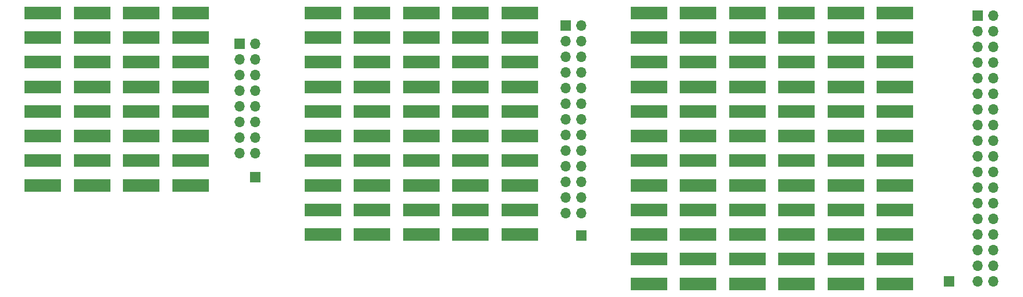
<source format=gts>
%TF.GenerationSoftware,KiCad,Pcbnew,(6.0.2)*%
%TF.CreationDate,2023-03-09T16:35:16+09:00*%
%TF.ProjectId,pixel_array_study,70697865-6c5f-4617-9272-61795f737475,rev?*%
%TF.SameCoordinates,Original*%
%TF.FileFunction,Soldermask,Top*%
%TF.FilePolarity,Negative*%
%FSLAX46Y46*%
G04 Gerber Fmt 4.6, Leading zero omitted, Abs format (unit mm)*
G04 Created by KiCad (PCBNEW (6.0.2)) date 2023-03-09 16:35:16*
%MOMM*%
%LPD*%
G01*
G04 APERTURE LIST*
%ADD10R,1.700000X1.700000*%
%ADD11R,6.000000X2.000000*%
%ADD12O,1.700000X1.700000*%
G04 APERTURE END LIST*
D10*
%TO.C,J8*%
X144000000Y-60200000D03*
%TD*%
D11*
%TO.C,R90*%
X195000000Y-64000000D03*
X195000000Y-68000000D03*
%TD*%
%TO.C,R89*%
X187000000Y-64000000D03*
X187000000Y-68000000D03*
%TD*%
%TO.C,R88*%
X179000000Y-64000000D03*
X179000000Y-68000000D03*
%TD*%
%TO.C,R87*%
X171000000Y-64000000D03*
X171000000Y-68000000D03*
%TD*%
%TO.C,R86*%
X163000000Y-64000000D03*
X163000000Y-68000000D03*
%TD*%
%TO.C,R85*%
X155000000Y-64000000D03*
X155000000Y-68000000D03*
%TD*%
%TO.C,R84*%
X195000000Y-56000000D03*
X195000000Y-60000000D03*
%TD*%
%TO.C,R83*%
X187000000Y-56000000D03*
X187000000Y-60000000D03*
%TD*%
%TO.C,R82*%
X179000000Y-56000000D03*
X179000000Y-60000000D03*
%TD*%
%TO.C,R81*%
X171000000Y-60000000D03*
X171000000Y-56000000D03*
%TD*%
%TO.C,R80*%
X163000000Y-56000000D03*
X163000000Y-60000000D03*
%TD*%
%TO.C,R79*%
X155000000Y-56000000D03*
X155000000Y-60000000D03*
%TD*%
%TO.C,R78*%
X195000000Y-48000000D03*
X195000000Y-52000000D03*
%TD*%
%TO.C,R77*%
X187000000Y-48000000D03*
X187000000Y-52000000D03*
%TD*%
%TO.C,R76*%
X179000000Y-48000000D03*
X179000000Y-52000000D03*
%TD*%
%TO.C,R75*%
X171000000Y-48000000D03*
X171000000Y-52000000D03*
%TD*%
%TO.C,R74*%
X163000000Y-48000000D03*
X163000000Y-52000000D03*
%TD*%
%TO.C,R73*%
X155000000Y-48000000D03*
X155000000Y-52000000D03*
%TD*%
%TO.C,R72*%
X195000000Y-40000000D03*
X195000000Y-44000000D03*
%TD*%
%TO.C,R71*%
X187000000Y-40000000D03*
X187000000Y-44000000D03*
%TD*%
%TO.C,R70*%
X179000000Y-40000000D03*
X179000000Y-44000000D03*
%TD*%
%TO.C,R69*%
X171000000Y-40000000D03*
X171000000Y-44000000D03*
%TD*%
%TO.C,R68*%
X163000000Y-40000000D03*
X163000000Y-44000000D03*
%TD*%
%TO.C,R67*%
X155000000Y-40000000D03*
X155000000Y-44000000D03*
%TD*%
%TO.C,R66*%
X195000000Y-32000000D03*
X195000000Y-36000000D03*
%TD*%
%TO.C,R65*%
X187000000Y-32000000D03*
X187000000Y-36000000D03*
%TD*%
%TO.C,R64*%
X179000000Y-32000000D03*
X179000000Y-36000000D03*
%TD*%
%TO.C,R63*%
X171000000Y-32000000D03*
X171000000Y-36000000D03*
%TD*%
%TO.C,R62*%
X163000000Y-32000000D03*
X163000000Y-36000000D03*
%TD*%
%TO.C,R61*%
X155000000Y-32000000D03*
X155000000Y-36000000D03*
%TD*%
%TO.C,R60*%
X195000000Y-24000000D03*
X195000000Y-28000000D03*
%TD*%
%TO.C,R59*%
X187000000Y-24000000D03*
X187000000Y-28000000D03*
%TD*%
%TO.C,R58*%
X179000000Y-24000000D03*
X179000000Y-28000000D03*
%TD*%
%TO.C,R57*%
X171000000Y-24000000D03*
X171000000Y-28000000D03*
%TD*%
%TO.C,R56*%
X163000000Y-24000000D03*
X163000000Y-28000000D03*
%TD*%
%TO.C,R55*%
X155000000Y-24000000D03*
X155000000Y-28000000D03*
%TD*%
%TO.C,R54*%
X134000000Y-60000000D03*
X134000000Y-56000000D03*
%TD*%
%TO.C,R53*%
X126000000Y-60000000D03*
X126000000Y-56000000D03*
%TD*%
%TO.C,R52*%
X118000000Y-60000000D03*
X118000000Y-56000000D03*
%TD*%
%TO.C,R51*%
X110000000Y-60000000D03*
X110000000Y-56000000D03*
%TD*%
%TO.C,R50*%
X102000000Y-60000000D03*
X102000000Y-56000000D03*
%TD*%
%TO.C,R49*%
X134000000Y-52000000D03*
X134000000Y-48000000D03*
%TD*%
%TO.C,R48*%
X126000000Y-52000000D03*
X126000000Y-48000000D03*
%TD*%
%TO.C,R47*%
X118000000Y-52000000D03*
X118000000Y-48000000D03*
%TD*%
%TO.C,R46*%
X110000000Y-52000000D03*
X110000000Y-48000000D03*
%TD*%
%TO.C,R45*%
X102000000Y-52000000D03*
X102000000Y-48000000D03*
%TD*%
%TO.C,R44*%
X134000000Y-44000000D03*
X134000000Y-40000000D03*
%TD*%
%TO.C,R43*%
X126000000Y-44000000D03*
X126000000Y-40000000D03*
%TD*%
%TO.C,R42*%
X118000000Y-44000000D03*
X118000000Y-40000000D03*
%TD*%
%TO.C,R41*%
X110000000Y-44000000D03*
X110000000Y-40000000D03*
%TD*%
%TO.C,R40*%
X102000000Y-44000000D03*
X102000000Y-40000000D03*
%TD*%
%TO.C,R39*%
X134000000Y-36000000D03*
X134000000Y-32000000D03*
%TD*%
%TO.C,R38*%
X126000000Y-36000000D03*
X126000000Y-32000000D03*
%TD*%
%TO.C,R37*%
X118000000Y-36000000D03*
X118000000Y-32000000D03*
%TD*%
%TO.C,R36*%
X110000000Y-36000000D03*
X110000000Y-32000000D03*
%TD*%
%TO.C,R35*%
X102000000Y-36000000D03*
X102000000Y-32000000D03*
%TD*%
%TO.C,R34*%
X134000000Y-28000000D03*
X134000000Y-24000000D03*
%TD*%
%TO.C,R33*%
X126000000Y-28000000D03*
X126000000Y-24000000D03*
%TD*%
%TO.C,R32*%
X118000000Y-28000000D03*
X118000000Y-24000000D03*
%TD*%
%TO.C,R31*%
X110000000Y-28000000D03*
X110000000Y-24000000D03*
%TD*%
%TO.C,R30*%
X102000000Y-28000000D03*
X102000000Y-24000000D03*
%TD*%
%TO.C,R29*%
X80500000Y-48000000D03*
X80500000Y-52000000D03*
%TD*%
%TO.C,R28*%
X72500000Y-48000000D03*
X72500000Y-52000000D03*
%TD*%
%TO.C,R27*%
X64500000Y-48000000D03*
X64500000Y-52000000D03*
%TD*%
%TO.C,R26*%
X56500000Y-48000000D03*
X56500000Y-52000000D03*
%TD*%
%TO.C,R25*%
X80500000Y-40000000D03*
X80500000Y-44000000D03*
%TD*%
%TO.C,R24*%
X72500000Y-40000000D03*
X72500000Y-44000000D03*
%TD*%
%TO.C,R23*%
X64500000Y-40000000D03*
X64500000Y-44000000D03*
%TD*%
%TO.C,R22*%
X56500000Y-40000000D03*
X56500000Y-44000000D03*
%TD*%
%TO.C,R21*%
X80500000Y-32000000D03*
X80500000Y-36000000D03*
%TD*%
%TO.C,R20*%
X72500000Y-32000000D03*
X72500000Y-36000000D03*
%TD*%
%TO.C,R19*%
X64500000Y-32000000D03*
X64500000Y-36000000D03*
%TD*%
%TO.C,R18*%
X56500000Y-32000000D03*
X56500000Y-36000000D03*
%TD*%
%TO.C,R17*%
X80500000Y-24000000D03*
X80500000Y-28000000D03*
%TD*%
%TO.C,R16*%
X72500000Y-24000000D03*
X72500000Y-28000000D03*
%TD*%
%TO.C,R15*%
X64500000Y-24000000D03*
X64500000Y-28000000D03*
%TD*%
%TO.C,R14*%
X56500000Y-24000000D03*
X56500000Y-28000000D03*
%TD*%
D10*
%TO.C,J10*%
X203800000Y-67600000D03*
%TD*%
%TO.C,J9*%
X208460000Y-24425000D03*
D12*
X211000000Y-24425000D03*
X208460000Y-26965000D03*
X211000000Y-26965000D03*
X208460000Y-29505000D03*
X211000000Y-29505000D03*
X208460000Y-32045000D03*
X211000000Y-32045000D03*
X208460000Y-34585000D03*
X211000000Y-34585000D03*
X208460000Y-37125000D03*
X211000000Y-37125000D03*
X208460000Y-39665000D03*
X211000000Y-39665000D03*
X208460000Y-42205000D03*
X211000000Y-42205000D03*
X208460000Y-44745000D03*
X211000000Y-44745000D03*
X208460000Y-47285000D03*
X211000000Y-47285000D03*
X208460000Y-49825000D03*
X211000000Y-49825000D03*
X208460000Y-52365000D03*
X211000000Y-52365000D03*
X208460000Y-54905000D03*
X211000000Y-54905000D03*
X208460000Y-57445000D03*
X211000000Y-57445000D03*
X208460000Y-59985000D03*
X211000000Y-59985000D03*
X208460000Y-62525000D03*
X211000000Y-62525000D03*
X208460000Y-65065000D03*
X211000000Y-65065000D03*
X208460000Y-67605000D03*
X211000000Y-67605000D03*
%TD*%
%TO.C,J7*%
X144000000Y-56480000D03*
X141460000Y-56480000D03*
X144000000Y-53940000D03*
X141460000Y-53940000D03*
X144000000Y-51400000D03*
X141460000Y-51400000D03*
X144000000Y-48860000D03*
X141460000Y-48860000D03*
X144000000Y-46320000D03*
X141460000Y-46320000D03*
X144000000Y-43780000D03*
X141460000Y-43780000D03*
X144000000Y-41240000D03*
X141460000Y-41240000D03*
X144000000Y-38700000D03*
X141460000Y-38700000D03*
X144000000Y-36160000D03*
X141460000Y-36160000D03*
X144000000Y-33620000D03*
X141460000Y-33620000D03*
X144000000Y-31080000D03*
X141460000Y-31080000D03*
X144000000Y-28540000D03*
X141460000Y-28540000D03*
X144000000Y-26000000D03*
D10*
X141460000Y-26000000D03*
%TD*%
%TO.C,J6*%
X91000000Y-50700000D03*
%TD*%
%TO.C,J5*%
X88500000Y-29000000D03*
D12*
X91040000Y-29000000D03*
X88500000Y-31540000D03*
X91040000Y-31540000D03*
X88500000Y-34080000D03*
X91040000Y-34080000D03*
X88500000Y-36620000D03*
X91040000Y-36620000D03*
X88500000Y-39160000D03*
X91040000Y-39160000D03*
X88500000Y-41700000D03*
X91040000Y-41700000D03*
X88500000Y-44240000D03*
X91040000Y-44240000D03*
X88500000Y-46780000D03*
X91040000Y-46780000D03*
%TD*%
M02*

</source>
